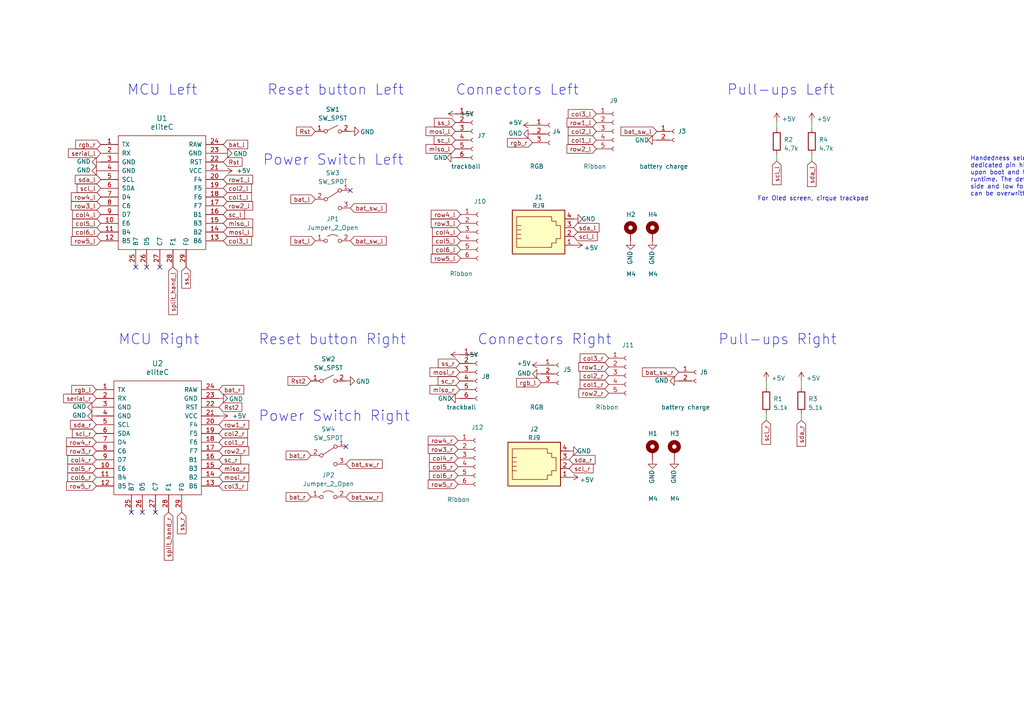
<source format=kicad_sch>
(kicad_sch (version 20230121) (generator eeschema)
  (paper "A4")
  (title_block (title "Elite-C holder") (date "2022-02-13") (rev "2.0") (company "BastardKB x KarlK90") (comment 1 "Licensed under CERN-OHL-W v2"))
  (lib_symbols
    (symbol "Connector:Conn_01x02_Female" (pin_names (offset 1.016) hide)
      (property "Reference" "J" (at 0 2.54 0))
      (property "Value" "Conn_01x02_Female" (at 0 -5.08 0))
      (symbol "Conn_01x02_Female_1_1"
        (arc (start 0 -2.032) (mid -0.5058 -2.54) (end 0 -3.048) (stroke (width 0.1524)))
        (polyline (pts (xy -1.27 -2.54) (xy -0.508 -2.54)) (stroke (width 0.1524)))
        (polyline (pts (xy -1.27 0) (xy -0.508 0)) (stroke (width 0.1524)))
        (arc (start 0 0.508) (mid -0.5058 0) (end 0 -0.508) (stroke (width 0.1524)))
        (pin passive line (at -5.08 0 0) (length 3.81) (name "Pin_1") (number "1"))
        (pin passive line (at -5.08 -2.54 0) (length 3.81) (name "Pin_2") (number "2"))
      )
    )
    (symbol "Connector:Conn_01x03_Female" (pin_names (offset 1.016) hide)
      (property "Reference" "J" (at 0 5.08 0))
      (property "Value" "Conn_01x03_Female" (at 0 -5.08 0))
      (symbol "Conn_01x03_Female_1_1"
        (arc (start 0 -2.032) (mid -0.5058 -2.54) (end 0 -3.048) (stroke (width 0.1524)))
        (polyline (pts (xy -1.27 -2.54) (xy -0.508 -2.54)) (stroke (width 0.1524)))
        (polyline (pts (xy -1.27 0) (xy -0.508 0)) (stroke (width 0.1524)))
        (polyline (pts (xy -1.27 2.54) (xy -0.508 2.54)) (stroke (width 0.1524)))
        (arc (start 0 0.508) (mid -0.5058 0) (end 0 -0.508) (stroke (width 0.1524)))
        (arc (start 0 3.048) (mid -0.5058 2.54) (end 0 2.032) (stroke (width 0.1524)))
        (pin passive line (at -5.08 2.54 0) (length 3.81) (name "Pin_1") (number "1"))
        (pin passive line (at -5.08 0 0) (length 3.81) (name "Pin_2") (number "2"))
        (pin passive line (at -5.08 -2.54 0) (length 3.81) (name "Pin_3") (number "3"))
      )
    )
    (symbol "Connector:Conn_01x05_Female" (pin_names (offset 1.016) hide)
      (property "Reference" "J" (at 0 7.62 0))
      (property "Value" "Conn_01x05_Female" (at 0 -7.62 0))
      (symbol "Conn_01x05_Female_1_1"
        (arc (start 0 -4.572) (mid -0.5058 -5.08) (end 0 -5.588) (stroke (width 0.1524)))
        (arc (start 0 -2.032) (mid -0.5058 -2.54) (end 0 -3.048) (stroke (width 0.1524)))
        (polyline (pts (xy -1.27 -5.08) (xy -0.508 -5.08)) (stroke (width 0.1524)))
        (polyline (pts (xy -1.27 -2.54) (xy -0.508 -2.54)) (stroke (width 0.1524)))
        (polyline (pts (xy -1.27 0) (xy -0.508 0)) (stroke (width 0.1524)))
        (polyline (pts (xy -1.27 2.54) (xy -0.508 2.54)) (stroke (width 0.1524)))
        (polyline (pts (xy -1.27 5.08) (xy -0.508 5.08)) (stroke (width 0.1524)))
        (arc (start 0 0.508) (mid -0.5058 0) (end 0 -0.508) (stroke (width 0.1524)))
        (arc (start 0 3.048) (mid -0.5058 2.54) (end 0 2.032) (stroke (width 0.1524)))
        (arc (start 0 5.588) (mid -0.5058 5.08) (end 0 4.572) (stroke (width 0.1524)))
        (pin passive line (at -5.08 5.08 0) (length 3.81) (name "Pin_1") (number "1"))
        (pin passive line (at -5.08 2.54 0) (length 3.81) (name "Pin_2") (number "2"))
        (pin passive line (at -5.08 0 0) (length 3.81) (name "Pin_3") (number "3"))
        (pin passive line (at -5.08 -2.54 0) (length 3.81) (name "Pin_4") (number "4"))
        (pin passive line (at -5.08 -5.08 0) (length 3.81) (name "Pin_5") (number "5"))
      )
    )
    (symbol "Connector:Conn_01x06_Female" (pin_names (offset 1.016) hide)
      (property "Reference" "J" (at 0 7.62 0))
      (property "Value" "Conn_01x06_Female" (at 0 -10.16 0))
      (symbol "Conn_01x06_Female_1_1"
        (arc (start 0 -7.112) (mid -0.5058 -7.62) (end 0 -8.128) (stroke (width 0.1524)))
        (arc (start 0 -4.572) (mid -0.5058 -5.08) (end 0 -5.588) (stroke (width 0.1524)))
        (arc (start 0 -2.032) (mid -0.5058 -2.54) (end 0 -3.048) (stroke (width 0.1524)))
        (polyline (pts (xy -1.27 -7.62) (xy -0.508 -7.62)) (stroke (width 0.1524)))
        (polyline (pts (xy -1.27 -5.08) (xy -0.508 -5.08)) (stroke (width 0.1524)))
        (polyline (pts (xy -1.27 -2.54) (xy -0.508 -2.54)) (stroke (width 0.1524)))
        (polyline (pts (xy -1.27 0) (xy -0.508 0)) (stroke (width 0.1524)))
        (polyline (pts (xy -1.27 2.54) (xy -0.508 2.54)) (stroke (width 0.1524)))
        (polyline (pts (xy -1.27 5.08) (xy -0.508 5.08)) (stroke (width 0.1524)))
        (arc (start 0 0.508) (mid -0.5058 0) (end 0 -0.508) (stroke (width 0.1524)))
        (arc (start 0 3.048) (mid -0.5058 2.54) (end 0 2.032) (stroke (width 0.1524)))
        (arc (start 0 5.588) (mid -0.5058 5.08) (end 0 4.572) (stroke (width 0.1524)))
        (pin passive line (at -5.08 5.08 0) (length 3.81) (name "Pin_1") (number "1"))
        (pin passive line (at -5.08 2.54 0) (length 3.81) (name "Pin_2") (number "2"))
        (pin passive line (at -5.08 0 0) (length 3.81) (name "Pin_3") (number "3"))
        (pin passive line (at -5.08 -2.54 0) (length 3.81) (name "Pin_4") (number "4"))
        (pin passive line (at -5.08 -5.08 0) (length 3.81) (name "Pin_5") (number "5"))
        (pin passive line (at -5.08 -7.62 0) (length 3.81) (name "Pin_6") (number "6"))
      )
    )
    (symbol "Connector:RJ9" (pin_names (offset 1.016))
      (property "Reference" "J" (at -5.08 8.89 0))
      (property "Value" "RJ9" (at 2.54 8.89 0))
      (symbol "RJ9_0_1"
        (polyline (pts (xy -6.35 -0.635) (xy -5.08 -0.635) (xy -5.08 -0.635)))
        (polyline (pts (xy -6.35 0.635) (xy -5.08 0.635) (xy -5.08 0.635)))
        (polyline (pts (xy -6.35 1.905) (xy -5.08 1.905) (xy -5.08 1.905)))
        (polyline (pts (xy -6.35 3.175) (xy -5.08 3.175) (xy -5.08 3.175)))
        (polyline (pts (xy -6.35 -3.175) (xy -6.35 5.715) (xy -1.27 5.715) (xy 3.81 5.715) (xy 3.81 4.445) (xy 5.08 4.445) (xy 5.08 3.175) (xy 6.35 3.175) (xy 6.35 -0.635) (xy 5.08 -0.635) (xy 5.08 -1.905) (xy 3.81 -1.905) (xy 3.81 -3.175) (xy -6.35 -3.175) (xy -6.35 -3.175)))
        (rectangle (start 7.62 7.62) (end -7.62 -5.08) (stroke (width 0.254)) (fill (type background)))
      )
      (symbol "RJ9_1_1"
        (pin passive line (at 10.16 -2.54 180) (length 2.54) (name "~") (number "1"))
        (pin passive line (at 10.16 0 180) (length 2.54) (name "~") (number "2"))
        (pin passive line (at 10.16 2.54 180) (length 2.54) (name "~") (number "3"))
        (pin passive line (at 10.16 5.08 180) (length 2.54) (name "~") (number "4"))
      )
    )
    (symbol "Device:R" (pin_numbers hide) (pin_names (offset 0))
      (property "Reference" "R" (at 2.032 0 90))
      (property "Value" "R" (at 0 0 90))
      (symbol "R_0_1"
        (rectangle (start -1.016 -2.54) (end 1.016 2.54) (stroke (width 0.254)))
      )
      (symbol "R_1_1"
        (pin passive line (at 0 3.81 270) (length 1.27) (name "~") (number "1"))
        (pin passive line (at 0 -3.81 90) (length 1.27) (name "~") (number "2"))
      )
    )
    (symbol "Jumper:Jumper_2_Open" (pin_names (offset 0) hide)
      (property "Reference" "JP" (at 0 2.794 0))
      (property "Value" "Jumper_2_Open" (at 0 -2.286 0))
      (symbol "Jumper_2_Open_0_0"
        (circle (center -2.032 0) (radius 0.508))
        (circle (center 2.032 0) (radius 0.508))
      )
      (symbol "Jumper_2_Open_0_1"
        (arc (start 1.524 1.27) (mid 0 1.778) (end -1.524 1.27))
      )
      (symbol "Jumper_2_Open_1_1"
        (pin passive line (at -5.08 0 0) (length 2.54) (name "A") (number "1"))
        (pin passive line (at 5.08 0 180) (length 2.54) (name "B") (number "2"))
      )
    )
    (symbol "Mechanical:MountingHole_Pad" (pin_numbers hide) (pin_names (offset 1.016) hide)
      (property "Reference" "H" (at 0 6.35 0))
      (property "Value" "MountingHole_Pad" (at 0 4.445 0))
      (symbol "MountingHole_Pad_0_1"
        (circle (center 0 1.27) (radius 1.27) (stroke (width 1.27)))
      )
      (symbol "MountingHole_Pad_1_1"
        (pin input line (at 0 -2.54 90) (length 2.54) (name "1") (number "1"))
      )
    )
    (symbol "Switch:SW_SPDT" (pin_names (offset 0) hide)
      (property "Reference" "SW" (at 0 4.318 0))
      (property "Value" "SW_SPDT" (at 0 -5.08 0))
      (symbol "SW_SPDT_0_0"
        (circle (center -2.032 0) (radius 0.508))
        (circle (center 2.032 -2.54) (radius 0.508))
      )
      (symbol "SW_SPDT_0_1"
        (polyline (pts (xy -1.524 0.254) (xy 1.651 2.286)))
        (circle (center 2.032 2.54) (radius 0.508))
      )
      (symbol "SW_SPDT_1_1"
        (pin passive line (at 5.08 2.54 180) (length 2.54) (name "A") (number "1"))
        (pin passive line (at -5.08 0 0) (length 2.54) (name "B") (number "2"))
        (pin passive line (at 5.08 -2.54 180) (length 2.54) (name "C") (number "3"))
      )
    )
    (symbol "Switch:SW_SPST" (pin_names (offset 0) hide)
      (property "Reference" "SW" (at 0 3.175 0))
      (property "Value" "SW_SPST" (at 0 -2.54 0))
      (symbol "SW_SPST_0_0"
        (circle (center -2.032 0) (radius 0.508))
        (polyline (pts (xy -1.524 0.254) (xy 1.524 1.778)))
        (circle (center 2.032 0) (radius 0.508))
      )
      (symbol "SW_SPST_1_1"
        (pin passive line (at -5.08 0 0) (length 2.54) (name "A") (number "1"))
        (pin passive line (at 5.08 0 180) (length 2.54) (name "B") (number "2"))
      )
    )
    (symbol "elite-C:eliteC" (pin_names (offset 1.016))
      (property "Reference" "U" (at 0 24.13 0))
      (property "Value" "eliteC" (at 0 -13.97 0))
      (symbol "eliteC_0_1"
        (rectangle (start -12.7 21.59) (end 12.7 -11.43))
      )
      (symbol "eliteC_1_1"
        (pin bidirectional line (at -17.78 19.05 0) (length 5.08) (name "TX") (number "1"))
        (pin bidirectional line (at -17.78 -3.81 0) (length 5.08) (name "E6") (number "10"))
        (pin bidirectional line (at -17.78 -6.35 0) (length 5.08) (name "B4") (number "11"))
        (pin bidirectional line (at -17.78 -8.89 0) (length 5.08) (name "B5") (number "12"))
        (pin bidirectional line (at 17.78 -8.89 180) (length 5.08) (name "B6") (number "13"))
        (pin bidirectional line (at 17.78 -6.35 180) (length 5.08) (name "B2") (number "14"))
        (pin bidirectional line (at 17.78 -3.81 180) (length 5.08) (name "B3") (number "15"))
        (pin bidirectional line (at 17.78 -1.27 180) (length 5.08) (name "B1") (number "16"))
        (pin bidirectional line (at 17.78 1.27 180) (length 5.08) (name "F7") (number "17"))
        (pin bidirectional line (at 17.78 3.81 180) (length 5.08) (name "F6") (number "18"))
        (pin bidirectional line (at 17.78 6.35 180) (length 5.08) (name "F5") (number "19"))
        (pin bidirectional line (at -17.78 16.51 0) (length 5.08) (name "RX") (number "2"))
        (pin bidirectional line (at 17.78 8.89 180) (length 5.08) (name "F4") (number "20"))
        (pin power_in line (at 17.78 11.43 180) (length 5.08) (name "VCC") (number "21"))
        (pin input line (at 17.78 13.97 180) (length 5.08) (name "RST") (number "22"))
        (pin power_in line (at 17.78 16.51 180) (length 5.08) (name "GND") (number "23"))
        (pin power_out line (at 17.78 19.05 180) (length 5.08) (name "RAW") (number "24"))
        (pin bidirectional line (at -7.62 -16.51 90) (length 5.08) (name "B7") (number "25"))
        (pin bidirectional line (at -4.445 -16.51 90) (length 5.08) (name "D5") (number "26"))
        (pin bidirectional line (at -0.635 -16.51 90) (length 5.08) (name "C7") (number "27"))
        (pin bidirectional line (at 3.175 -16.51 90) (length 5.08) (name "F1") (number "28"))
        (pin bidirectional line (at 6.985 -16.51 90) (length 5.08) (name "F0") (number "29"))
        (pin power_in line (at -17.78 13.97 0) (length 5.08) (name "GND") (number "3"))
        (pin power_in line (at -17.78 11.43 0) (length 5.08) (name "GND") (number "4"))
        (pin bidirectional line (at -17.78 8.89 0) (length 5.08) (name "SCL") (number "5"))
        (pin bidirectional line (at -17.78 6.35 0) (length 5.08) (name "SDA") (number "6"))
        (pin bidirectional line (at -17.78 3.81 0) (length 5.08) (name "D4") (number "7"))
        (pin bidirectional line (at -17.78 1.27 0) (length 5.08) (name "C6") (number "8"))
        (pin bidirectional line (at -17.78 -1.27 0) (length 5.08) (name "D7") (number "9"))
      )
    )
    (symbol "power:+5V" (power) (pin_names (offset 0))
      (property "Value" "+5V" (at 0 3.556 0))
      (symbol "+5V_0_1"
        (polyline (pts (xy -0.762 1.27) (xy 0 2.54)))
        (polyline (pts (xy 0 0) (xy 0 2.54)))
        (polyline (pts (xy 0 2.54) (xy 0.762 1.27)))
      )
      (symbol "+5V_1_1"
        (pin power_in line (at 0 0 90) (length 0) hide (name "+5V") (number "1"))
      )
    )
    (symbol "power:GND" (power) (pin_names (offset 0))
      (property "Value" "GND" (at 0 -3.81 0))
      (symbol "GND_0_1"
        (polyline (pts (xy 0 0) (xy 0 -1.27) (xy 1.27 -1.27) (xy 0 -2.54) (xy -1.27 -1.27) (xy 0 -1.27)))
      )
      (symbol "GND_1_1"
        (pin power_in line (at 0 0 270) (length 0) hide (name "GND") (number "1"))
      )
    )
  )
  (no_connect (at 100.33 129.54))
  (no_connect (at 45.085 148.59))
  (no_connect (at 101.6 55.245))
  (no_connect (at 42.545 77.47))
  (no_connect (at 38.1 148.59))
  (no_connect (at 41.275 148.59))
  (no_connect (at 46.355 77.47))
  (no_connect (at 39.37 77.47))
  (wire (pts (xy 235.458 35.306) (xy 235.458 37.211)))
  (wire (pts (xy 222.25 120.015) (xy 222.25 121.92)))
  (wire (pts (xy 132.08 33.02) (xy 132.588 33.02)))
  (wire (pts (xy 222.25 110.49) (xy 222.25 112.395)))
  (wire (pts (xy 232.41 120.015) (xy 232.41 121.92)))
  (wire (pts (xy 225.298 44.831) (xy 225.298 46.736)))
  (wire (pts (xy 225.298 35.306) (xy 225.298 37.211)))
  (wire (pts (xy 232.41 110.49) (xy 232.41 112.395)))
  (wire (pts (xy 235.458 44.831) (xy 235.458 46.736)))
  (text "Power Switch Right" (at 74.93 122.555 0) (effects (font (size 3 3)) (justify left bottom)))
  (text "Reset button Left" (at 77.47 27.94 0) (effects (font (size 3 3)) (justify left bottom)))
  (text "For Oled screen, cirque trackpad" (at 219.71 58.42 0) (effects (font (size 1.27 1.27)) (justify left bottom)))
  (text "Power Switch Left" (at 76.2 48.26 0) (effects (font (size 3 3)) (justify left bottom)))
  (text "Connectors Left" (at 132.08 27.94 0) (effects (font (size 3 3)) (justify left bottom)))
  (text "Pull-ups Right" (at 208.28 100.33 0) (effects (font (size 3 3)) (justify left bottom)))
  (text "Reset button Right" (at 74.93 100.33 0) (effects (font (size 3 3)) (justify left bottom)))
  (text "Handedness selection works by pulling a \ndedicated pin high or low this is checked\nupon boot and the correct side is set at\nruntime. The default is high for the left\nside and low for the right side, but this\ncan be overwritten in firmware." (at 281.432 57.023 0) (effects (font (size 1.27 1.27)) (justify left bottom)))
  (text "MCU Left" (at 36.83 27.94 0) (effects (font (size 3 3)) (justify left bottom)))
  (text "MCU Right" (at 34.29 100.33 0) (effects (font (size 3 3)) (justify left bottom)))
  (text "Pull-ups Left" (at 210.82 27.94 0) (effects (font (size 3 3)) (justify left bottom)))
  (text "Connectors Right" (at 138.43 100.33 0) (effects (font (size 3 3)) (justify left bottom)))
  (global_label "sc_l" (shape input) (at 132.08 40.64 180) (property "Intersheetrefs" "${INTERSHEET_REFS}" (effects hide)))
  (global_label "miso_r" (shape input) (at 63.5 135.89 0) (property "Intersheetrefs" "${INTERSHEET_REFS}" (effects hide)))
  (global_label "miso_r" (shape input) (at 133.35 113.03 180) (property "Intersheetrefs" "${INTERSHEET_REFS}" (effects hide)))
  (global_label "col2_r" (shape input) (at 63.5 125.73 0) (property "Intersheetrefs" "${INTERSHEET_REFS}" (effects hide)))
  (global_label "sc_l" (shape input) (at 64.77 62.23 0) (property "Intersheetrefs" "${INTERSHEET_REFS}" (effects hide)))
  (global_label "row4_r" (shape input) (at 27.94 128.27 180) (property "Intersheetrefs" "${INTERSHEET_REFS}" (effects hide)))
  (global_label "sda_l" (shape input) (at 166.37 66.04 0) (property "Intersheetrefs" "${INTERSHEET_REFS}" (effects hide)))
  (global_label "rgb_r" (shape input) (at 29.21 41.91 180) (property "Intersheetrefs" "${INTERSHEET_REFS}" (effects hide)))
  (global_label "mosi_l" (shape input) (at 64.77 67.31 0) (property "Intersheetrefs" "${INTERSHEET_REFS}" (effects hide)))
  (global_label "col5_l" (shape input) (at 29.21 64.77 180) (property "Intersheetrefs" "${INTERSHEET_REFS}" (effects hide)))
  (global_label "scl_r" (shape input) (at 165.1 135.89 0) (property "Intersheetrefs" "${INTERSHEET_REFS}" (effects hide)))
  (global_label "sc_r" (shape input) (at 63.5 133.35 0) (property "Intersheetrefs" "${INTERSHEET_REFS}" (effects hide)))
  (global_label "row1_r" (shape input) (at 176.53 106.426 180) (property "Intersheetrefs" "${INTERSHEET_REFS}" (effects hide)))
  (global_label "col6_l" (shape input) (at 133.604 72.39 180) (property "Intersheetrefs" "${INTERSHEET_REFS}" (effects hide)))
  (global_label "bat_sw_r" (shape input) (at 100.33 134.62 0) (property "Intersheetrefs" "${INTERSHEET_REFS}" (effects hide)))
  (global_label "row2_l" (shape input) (at 64.77 59.69 0) (property "Intersheetrefs" "${INTERSHEET_REFS}" (effects hide)))
  (global_label "col1_l" (shape input) (at 64.77 57.15 0) (property "Intersheetrefs" "${INTERSHEET_REFS}" (effects hide)))
  (global_label "sda_r" (shape input) (at 27.94 123.19 180) (property "Intersheetrefs" "${INTERSHEET_REFS}" (effects hide)))
  (global_label "col1_r" (shape input) (at 176.53 111.506 180) (property "Intersheetrefs" "${INTERSHEET_REFS}" (effects hide)))
  (global_label "row1_r" (shape input) (at 63.5 123.19 0) (property "Intersheetrefs" "${INTERSHEET_REFS}" (effects hide)))
  (global_label "sda_l" (shape input) (at 29.21 52.07 180) (property "Intersheetrefs" "${INTERSHEET_REFS}" (effects hide)))
  (global_label "row3_r" (shape input) (at 27.94 130.81 180) (property "Intersheetrefs" "${INTERSHEET_REFS}" (effects hide)))
  (global_label "col1_l" (shape input) (at 172.974 40.64 180) (property "Intersheetrefs" "${INTERSHEET_REFS}" (effects hide)))
  (global_label "col4_r" (shape input) (at 27.94 133.35 180) (property "Intersheetrefs" "${INTERSHEET_REFS}" (effects hide)))
  (global_label "row3_l" (shape input) (at 29.21 59.69 180) (property "Intersheetrefs" "${INTERSHEET_REFS}" (effects hide)))
  (global_label "row4_l" (shape input) (at 29.21 57.15 180) (property "Intersheetrefs" "${INTERSHEET_REFS}" (effects hide)))
  (global_label "col6_r" (shape input) (at 27.94 138.43 180) (property "Intersheetrefs" "${INTERSHEET_REFS}" (effects hide)))
  (global_label "col2_l" (shape input) (at 64.77 54.61 0) (property "Intersheetrefs" "${INTERSHEET_REFS}" (effects hide)))
  (global_label "row2_r" (shape input) (at 63.5 130.81 0) (property "Intersheetrefs" "${INTERSHEET_REFS}" (effects hide)))
  (global_label "row3_r" (shape input) (at 132.842 130.302 180) (property "Intersheetrefs" "${INTERSHEET_REFS}" (effects hide)))
  (global_label "Rst2" (shape input) (at 63.5 118.11 0) (property "Intersheetrefs" "${INTERSHEET_REFS}" (effects hide)))
  (global_label "bat_l" (shape input) (at 91.44 69.85 180) (property "Intersheetrefs" "${INTERSHEET_REFS}" (effects hide)))
  (global_label "serial_r" (shape input) (at 27.94 115.57 180) (property "Intersheetrefs" "${INTERSHEET_REFS}" (effects hide)))
  (global_label "col5_r" (shape input) (at 27.94 135.89 180) (property "Intersheetrefs" "${INTERSHEET_REFS}" (effects hide)))
  (global_label "sda_r" (shape input) (at 165.1 133.35 0) (property "Intersheetrefs" "${INTERSHEET_REFS}" (effects hide)))
  (global_label "row5_l" (shape input) (at 29.21 69.85 180) (property "Intersheetrefs" "${INTERSHEET_REFS}" (effects hide)))
  (global_label "split_hand_l" (shape input) (at 50.165 77.47 270) (property "Intersheetrefs" "${INTERSHEET_REFS}" (effects hide)))
  (global_label "ss_r" (shape input) (at 133.35 105.41 180) (property "Intersheetrefs" "${INTERSHEET_REFS}" (effects hide)))
  (global_label "row5_l" (shape input) (at 133.604 74.93 180) (property "Intersheetrefs" "${INTERSHEET_REFS}" (effects hide)))
  (global_label "bat_l" (shape input) (at 64.77 41.91 0) (property "Intersheetrefs" "${INTERSHEET_REFS}" (effects hide)))
  (global_label "col5_l" (shape input) (at 133.604 69.85 180) (property "Intersheetrefs" "${INTERSHEET_REFS}" (effects hide)))
  (global_label "row4_r" (shape input) (at 132.842 127.762 180) (property "Intersheetrefs" "${INTERSHEET_REFS}" (effects hide)))
  (global_label "mosi_r" (shape input) (at 63.5 138.43 0) (property "Intersheetrefs" "${INTERSHEET_REFS}" (effects hide)))
  (global_label "rgb_r" (shape input) (at 154.432 41.402 180) (property "Intersheetrefs" "${INTERSHEET_REFS}" (effects hide)))
  (global_label "Rst" (shape input) (at 91.44 38.1 180) (property "Intersheetrefs" "${INTERSHEET_REFS}" (effects hide)))
  (global_label "mosi_r" (shape input) (at 133.35 107.95 180) (property "Intersheetrefs" "${INTERSHEET_REFS}" (effects hide)))
  (global_label "scl_l" (shape input) (at 29.21 54.61 180) (property "Intersheetrefs" "${INTERSHEET_REFS}" (effects hide)))
  (global_label "bat_r" (shape input) (at 90.17 132.08 180) (property "Intersheetrefs" "${INTERSHEET_REFS}" (effects hide)))
  (global_label "bat_sw_l" (shape input) (at 190.5 38.1 180) (property "Intersheetrefs" "${INTERSHEET_REFS}" (effects hide)))
  (global_label "bat_sw_r" (shape input) (at 100.33 144.145 0) (property "Intersheetrefs" "${INTERSHEET_REFS}" (effects hide)))
  (global_label "sda_r" (shape input) (at 232.41 121.92 270) (property "Intersheetrefs" "${INTERSHEET_REFS}" (effects hide)))
  (global_label "row1_l" (shape input) (at 172.974 35.56 180) (property "Intersheetrefs" "${INTERSHEET_REFS}" (effects hide)))
  (global_label "scl_l" (shape input) (at 225.298 46.736 270) (property "Intersheetrefs" "${INTERSHEET_REFS}" (effects hide)))
  (global_label "scl_r" (shape input) (at 27.94 125.73 180) (property "Intersheetrefs" "${INTERSHEET_REFS}" (effects hide)))
  (global_label "col3_l" (shape input) (at 64.77 69.85 0) (property "Intersheetrefs" "${INTERSHEET_REFS}" (effects hide)))
  (global_label "col3_r" (shape input) (at 176.53 103.886 180) (property "Intersheetrefs" "${INTERSHEET_REFS}" (effects hide)))
  (global_label "bat_sw_l" (shape input) (at 101.6 60.325 0) (property "Intersheetrefs" "${INTERSHEET_REFS}" (effects hide)))
  (global_label "row2_l" (shape input) (at 172.974 43.18 180) (property "Intersheetrefs" "${INTERSHEET_REFS}" (effects hide)))
  (global_label "sc_r" (shape input) (at 133.35 110.49 180) (property "Intersheetrefs" "${INTERSHEET_REFS}" (effects hide)))
  (global_label "col6_l" (shape input) (at 29.21 67.31 180) (property "Intersheetrefs" "${INTERSHEET_REFS}" (effects hide)))
  (global_label "bat_r" (shape input) (at 90.17 144.145 180) (property "Intersheetrefs" "${INTERSHEET_REFS}" (effects hide)))
  (global_label "row3_l" (shape input) (at 133.604 64.77 180) (property "Intersheetrefs" "${INTERSHEET_REFS}" (effects hide)))
  (global_label "ss_l" (shape input) (at 132.08 35.56 180) (property "Intersheetrefs" "${INTERSHEET_REFS}" (effects hide)))
  (global_label "row1_l" (shape input) (at 64.77 52.07 0) (property "Intersheetrefs" "${INTERSHEET_REFS}" (effects hide)))
  (global_label "col3_l" (shape input) (at 172.974 33.02 180) (property "Intersheetrefs" "${INTERSHEET_REFS}" (effects hide)))
  (global_label "scl_l" (shape input) (at 166.37 68.58 0) (property "Intersheetrefs" "${INTERSHEET_REFS}" (effects hide)))
  (global_label "ss_r" (shape input) (at 52.705 148.59 270) (property "Intersheetrefs" "${INTERSHEET_REFS}" (effects hide)))
  (global_label "row5_r" (shape input) (at 132.842 140.462 180) (property "Intersheetrefs" "${INTERSHEET_REFS}" (effects hide)))
  (global_label "col3_r" (shape input) (at 63.5 140.97 0) (property "Intersheetrefs" "${INTERSHEET_REFS}" (effects hide)))
  (global_label "Rst2" (shape input) (at 90.17 110.49 180) (property "Intersheetrefs" "${INTERSHEET_REFS}" (effects hide)))
  (global_label "bat_r" (shape input) (at 63.5 113.03 0) (property "Intersheetrefs" "${INTERSHEET_REFS}" (effects hide)))
  (global_label "split_hand_r" (shape input) (at 48.895 148.59 270) (property "Intersheetrefs" "${INTERSHEET_REFS}" (effects hide)))
  (global_label "ss_l" (shape input) (at 53.975 77.47 270) (property "Intersheetrefs" "${INTERSHEET_REFS}" (effects hide)))
  (global_label "Rst" (shape input) (at 64.77 46.99 0) (property "Intersheetrefs" "${INTERSHEET_REFS}" (effects hide)))
  (global_label "row2_r" (shape input) (at 176.53 114.046 180) (property "Intersheetrefs" "${INTERSHEET_REFS}" (effects hide)))
  (global_label "row4_l" (shape input) (at 133.604 62.23 180) (property "Intersheetrefs" "${INTERSHEET_REFS}" (effects hide)))
  (global_label "col6_r" (shape input) (at 132.842 137.922 180) (property "Intersheetrefs" "${INTERSHEET_REFS}" (effects hide)))
  (global_label "col1_r" (shape input) (at 63.5 128.27 0) (property "Intersheetrefs" "${INTERSHEET_REFS}" (effects hide)))
  (global_label "row5_r" (shape input) (at 27.94 140.97 180) (property "Intersheetrefs" "${INTERSHEET_REFS}" (effects hide)))
  (global_label "col2_r" (shape input) (at 176.53 108.966 180) (property "Intersheetrefs" "${INTERSHEET_REFS}" (effects hide)))
  (global_label "bat_sw_l" (shape input) (at 101.6 69.85 0) (property "Intersheetrefs" "${INTERSHEET_REFS}" (effects hide)))
  (global_label "miso_l" (shape input) (at 64.77 64.77 0) (property "Intersheetrefs" "${INTERSHEET_REFS}" (effects hide)))
  (global_label "bat_sw_r" (shape input) (at 196.85 107.95 180) (property "Intersheetrefs" "${INTERSHEET_REFS}" (effects hide)))
  (global_label "rgb_l" (shape input) (at 27.94 113.03 180) (property "Intersheetrefs" "${INTERSHEET_REFS}" (effects hide)))
  (global_label "sda_l" (shape input) (at 235.458 46.736 270) (property "Intersheetrefs" "${INTERSHEET_REFS}" (effects hide)))
  (global_label "serial_l" (shape input) (at 29.21 44.45 180) (property "Intersheetrefs" "${INTERSHEET_REFS}" (effects hide)))
  (global_label "bat_l" (shape input) (at 91.44 57.785 180) (property "Intersheetrefs" "${INTERSHEET_REFS}" (effects hide)))
  (global_label "scl_r" (shape input) (at 222.25 121.92 270) (property "Intersheetrefs" "${INTERSHEET_REFS}" (effects hide)))
  (global_label "miso_l" (shape input) (at 132.08 43.18 180) (property "Intersheetrefs" "${INTERSHEET_REFS}" (effects hide)))
  (global_label "col4_r" (shape input) (at 132.842 132.842 180) (property "Intersheetrefs" "${INTERSHEET_REFS}" (effects hide)))
  (global_label "col5_r" (shape input) (at 132.842 135.382 180) (property "Intersheetrefs" "${INTERSHEET_REFS}" (effects hide)))
  (global_label "col4_l" (shape input) (at 133.604 67.31 180) (property "Intersheetrefs" "${INTERSHEET_REFS}" (effects hide)))
  (global_label "rgb_l" (shape input) (at 156.972 110.998 180) (property "Intersheetrefs" "${INTERSHEET_REFS}" (effects hide)))
  (global_label "mosi_l" (shape input) (at 132.08 38.1 180) (property "Intersheetrefs" "${INTERSHEET_REFS}" (effects hide)))
  (global_label "col2_l" (shape input) (at 172.974 38.1 180) (property "Intersheetrefs" "${INTERSHEET_REFS}" (effects hide)))
  (global_label "col4_l" (shape input) (at 29.21 62.23 180) (property "Intersheetrefs" "${INTERSHEET_REFS}" (effects hide)))
  (symbol (lib_id "Device:R") (at 222.25 116.205 0) (unit 1)
    (property "Reference" "R1" (at 224.282 115.697 0) (effects (justify left)))
    (property "Value" "5.1k" (at 224.282 118.237 0) (effects (justify left)))
    (property "Footprint" "Library:R_1206_handsolder" (effects hide))
    (property "JLCPCB BOM" "1" (effects hide))
    (property "JLCPCB Part" "C26033" (effects hide))
  )
  (symbol (lib_id "power:GND") (at 27.94 118.11 270) (unit 1)
    (property "Reference" "#PWR0101" (effects hide))
    (property "Value" "GND" (at 20.9551 117.954 90) (effects (justify left)))
  )
  (symbol (lib_id "Switch:SW_SPST") (at 96.52 38.1 0) (unit 1)
    (property "Reference" "SW1" (at 96.52 31.75 0))
    (property "Value" "SW_SPST" (at 96.52 34.29 0))
    (property "Footprint" "Library:PushSwitch" (effects hide))
  )
  (symbol (lib_id "elite-C:eliteC") (at 46.99 60.96 0) (unit 1)
    (property "Reference" "U1" (at 46.99 34.29 0) (effects (font (size 1.524 1.524))))
    (property "Value" "eliteC" (at 46.99 36.83 0) (effects (font (size 1.524 1.524))))
    (property "Footprint" "Library:Elite-C" (effects hide))
  )
  (symbol (lib_id "power:GND") (at 101.6 38.1 90) (unit 1)
    (property "Reference" "#PWR0120" (effects hide))
    (property "Value" "GND" (at 108.5849 38.256 90) (effects (justify left)))
  )
  (symbol (lib_id "Connector:RJ9") (at 154.94 135.89 0) (unit 1)
    (property "Reference" "J2" (at 154.94 124.46 0))
    (property "Value" "RJ9" (at 154.94 127 0))
    (property "Footprint" "JohnDeereLibrary:MOLEX_0955012401" (effects hide))
  )
  (symbol (lib_id "Mechanical:MountingHole_Pad") (at 182.88 67.31 0) (unit 1)
    (property "Reference" "H2" (at 181.61 62.23 0) (effects (justify left)))
    (property "Value" "M4" (at 181.61 79.502 0) (effects (justify left)))
    (property "Footprint" "Library:MountingHole_4mm_Pad_thin" (effects hide))
  )
  (symbol (lib_id "power:+5V") (at 133.35 102.87 90) (unit 1)
    (property "Reference" "#PWR0110" (effects hide))
    (property "Value" "+5V" (at 134.62 102.87 90) (effects (justify right)))
  )
  (symbol (lib_id "Connector:Conn_01x06_Female") (at 138.43 107.95 0) (unit 1)
    (property "Reference" "J8" (at 139.7 109.22 0) (effects (justify left)))
    (property "Value" "trackball" (at 129.54 118.11 0) (effects (justify left)))
    (property "Footprint" "Library:6_PinHeader" (effects hide))
  )
  (symbol (lib_id "elite-C:eliteC") (at 45.72 132.08 0) (unit 1)
    (property "Reference" "U2" (at 45.72 105.41 0) (effects (font (size 1.524 1.524))))
    (property "Value" "eliteC" (at 45.72 107.95 0) (effects (font (size 1.524 1.524))))
    (property "Footprint" "Library:Elite-C" (effects hide))
  )
  (symbol (lib_id "power:GND") (at 100.33 110.49 90) (unit 1)
    (property "Reference" "#PWR0109" (effects hide))
    (property "Value" "GND" (at 107.3149 110.646 90) (effects (justify left)))
  )
  (symbol (lib_id "power:+5V") (at 235.458 35.306 0) (unit 1)
    (property "Reference" "#PWR0104" (effects hide))
    (property "Value" "+5V" (at 236.855 34.544 0) (effects (justify left)))
  )
  (symbol (lib_id "power:GND") (at 165.1 130.81 90) (unit 1)
    (property "Reference" "#PWR0121" (effects hide))
    (property "Value" "GND" (at 171.45 130.81 90) (effects (justify left)))
  )
  (symbol (lib_id "power:+5V") (at 154.432 36.322 90) (unit 1)
    (property "Reference" "#PWR0122" (effects hide))
    (property "Value" "+5V" (at 147.32 35.56 90) (effects (justify right)))
  )
  (symbol (lib_id "Connector:Conn_01x02_Female") (at 201.93 107.95 0) (unit 1)
    (property "Reference" "J6" (at 202.946 107.9499 0) (effects (justify left)))
    (property "Value" "battery charge" (at 191.77 118.11 0) (effects (justify left)))
    (property "Footprint" "Library:PinHeader_1x02_P2.54mm_Vertical" (effects hide))
  )
  (symbol (lib_id "Connector:Conn_01x05_Female") (at 181.61 108.966 0) (unit 1)
    (property "Reference" "J11" (at 180.34 100.076 0) (effects (justify left)))
    (property "Value" "Ribbon" (at 172.72 118.11 0) (effects (justify left)))
    (property "Footprint" "Library:5_PinHeader" (effects hide))
  )
  (symbol (lib_id "power:+5V") (at 132.588 33.02 90) (unit 1)
    (property "Reference" "#PWR0115" (effects hide))
    (property "Value" "+5V" (at 133.35 33.02 90) (effects (justify right)))
  )
  (symbol (lib_id "power:GND") (at 64.77 44.45 90) (unit 1)
    (property "Reference" "#PWR0117" (effects hide))
    (property "Value" "GND" (at 71.7549 44.606 90) (effects (justify left)))
  )
  (symbol (lib_id "power:GND") (at 182.88 69.85 0) (unit 1)
    (property "Reference" "#PWR0129" (effects hide))
    (property "Value" "GND" (at 182.724 76.8349 90) (effects (justify left)))
  )
  (symbol (lib_id "power:+5V") (at 166.37 71.12 270) (unit 1)
    (property "Reference" "#PWR02" (effects hide))
    (property "Value" "+5V" (at 173.482 71.882 90) (effects (justify right)))
  )
  (symbol (lib_id "power:GND") (at 190.5 40.64 270) (unit 1)
    (property "Reference" "#PWR0108" (effects hide))
    (property "Value" "GND" (at 184.15 40.64 90) (effects (justify left)))
  )
  (symbol (lib_id "Mechanical:MountingHole_Pad") (at 189.23 67.31 0) (unit 1)
    (property "Reference" "H4" (at 187.96 62.23 0) (effects (justify left)))
    (property "Value" "M4" (at 187.96 79.502 0) (effects (justify left)))
    (property "Footprint" "Library:MountingHole_4mm_Pad_thin" (effects hide))
  )
  (symbol (lib_id "power:GND") (at 154.432 38.862 270) (unit 1)
    (property "Reference" "#PWR0123" (effects hide))
    (property "Value" "GND" (at 147.4471 38.706 90) (effects (justify left)))
  )
  (symbol (lib_id "Mechanical:MountingHole_Pad") (at 189.23 130.81 0) (unit 1)
    (property "Reference" "H1" (at 187.96 125.73 0) (effects (justify left)))
    (property "Value" "M4" (at 187.96 144.653 0) (effects (justify left)))
    (property "Footprint" "Library:MountingHole_4mm_Pad_thin" (effects hide))
  )
  (symbol (lib_id "power:GND") (at 63.5 115.57 90) (unit 1)
    (property "Reference" "#PWR0112" (effects hide))
    (property "Value" "GND" (at 70.4849 115.726 90) (effects (justify left)))
  )
  (symbol (lib_id "power:+5V") (at 156.972 105.918 90) (unit 1)
    (property "Reference" "#PWR0125" (effects hide))
    (property "Value" "+5V" (at 149.86 105.41 90) (effects (justify right)))
  )
  (symbol (lib_id "Connector:Conn_01x02_Female") (at 195.58 38.1 0) (unit 1)
    (property "Reference" "J3" (at 196.596 38.0999 0) (effects (justify left)))
    (property "Value" "battery charge" (at 185.42 48.26 0) (effects (justify left)))
    (property "Footprint" "Library:PinHeader_1x02_P2.54mm_Vertical" (effects hide))
  )
  (symbol (lib_id "power:GND") (at 27.94 120.65 270) (unit 1)
    (property "Reference" "#PWR0107" (effects hide))
    (property "Value" "GND" (at 20.9551 120.494 90) (effects (justify left)))
  )
  (symbol (lib_id "Connector:Conn_01x06_Female") (at 137.922 132.842 0) (unit 1)
    (property "Reference" "J12" (at 136.652 123.952 0) (effects (justify left)))
    (property "Value" "Ribbon" (at 129.667 144.907 0) (effects (justify left)))
    (property "Footprint" "Library:6_PinHeader" (effects hide))
  )
  (symbol (lib_id "power:+5V") (at 225.298 35.306 0) (unit 1)
    (property "Reference" "#PWR0105" (effects hide))
    (property "Value" "+5V" (at 226.695 34.515 0) (effects (justify left)))
  )
  (symbol (lib_id "Device:R") (at 232.41 116.205 0) (unit 1)
    (property "Reference" "R3" (at 234.442 115.697 0) (effects (justify left)))
    (property "Value" "5.1k" (at 234.442 118.237 0) (effects (justify left)))
    (property "Footprint" "Library:R_1206_handsolder" (effects hide))
    (property "JLCPCB BOM" "1" (effects hide))
    (property "JLCPCB Part" "C26033" (effects hide))
  )
  (symbol (lib_id "Switch:SW_SPST") (at 95.25 110.49 0) (unit 1)
    (property "Reference" "SW2" (at 95.25 104.14 0))
    (property "Value" "SW_SPST" (at 95.25 106.68 0))
    (property "Footprint" "Library:PushSwitch" (effects hide))
  )
  (symbol (lib_id "power:GND") (at 189.23 133.35 0) (unit 1)
    (property "Reference" "#PWR0134" (effects hide))
    (property "Value" "GND" (at 189.074 140.3349 90) (effects (justify left)))
  )
  (symbol (lib_id "power:GND") (at 133.35 115.57 270) (unit 1)
    (property "Reference" "#PWR0111" (effects hide))
    (property "Value" "GND" (at 127 115.57 90) (effects (justify left)))
  )
  (symbol (lib_id "Connector:RJ9") (at 156.21 68.58 0) (unit 1)
    (property "Reference" "J1" (at 156.21 57.15 0))
    (property "Value" "RJ9" (at 156.21 59.69 0))
    (property "Footprint" "JohnDeereLibrary:MOLEX_0955012401" (effects hide))
  )
  (symbol (lib_id "power:GND") (at 196.85 110.49 270) (unit 1)
    (property "Reference" "#PWR0106" (effects hide))
    (property "Value" "GND" (at 189.8651 110.334 90) (effects (justify left)))
  )
  (symbol (lib_id "Jumper:Jumper_2_Open") (at 95.25 144.145 0) (unit 1)
    (property "Reference" "JP2" (at 95.25 137.795 0))
    (property "Value" "Jumper_2_Open" (at 95.25 140.335 0))
    (property "Footprint" "Library:power_switch_jumper" (effects hide))
  )
  (symbol (lib_id "Switch:SW_SPDT") (at 96.52 57.785 0) (unit 1)
    (property "Reference" "SW3" (at 96.52 50.165 0))
    (property "Value" "SW_SPDT" (at 96.52 52.705 0))
    (property "Footprint" "Library:SW_SPDT+H-MSK12C01_hor(7pin_SMD)" (effects hide))
  )
  (symbol (lib_id "power:+5V") (at 63.5 120.65 270) (unit 1)
    (property "Reference" "#PWR0113" (effects hide))
    (property "Value" "+5V" (at 67.31 120.6499 90) (effects (justify left)))
  )
  (symbol (lib_id "Mechanical:MountingHole_Pad") (at 195.58 130.81 0) (unit 1)
    (property "Reference" "H3" (at 194.31 125.73 0) (effects (justify left)))
    (property "Value" "M4" (at 194.31 144.653 0) (effects (justify left)))
    (property "Footprint" "Library:MountingHole_4mm_Pad_thin" (effects hide))
  )
  (symbol (lib_id "power:+5V") (at 64.77 49.53 270) (unit 1)
    (property "Reference" "#PWR0116" (effects hide))
    (property "Value" "+5V" (at 68.58 49.5299 90) (effects (justify left)))
  )
  (symbol (lib_id "Connector:Conn_01x05_Female") (at 178.054 38.1 0) (unit 1)
    (property "Reference" "J9" (at 176.784 29.21 0) (effects (justify left)))
    (property "Value" "Ribbon" (at 169.164 48.26 0) (effects (justify left)))
    (property "Footprint" "Library:5_PinHeader" (effects hide))
  )
  (symbol (lib_id "power:GND") (at 166.37 63.5 90) (unit 1)
    (property "Reference" "#PWR03" (effects hide))
    (property "Value" "GND" (at 172.72 63.5 90) (effects (justify left)))
  )
  (symbol (lib_id "Device:R") (at 225.298 41.021 0) (unit 1)
    (property "Reference" "R2" (at 227.33 40.513 0) (effects (justify left)))
    (property "Value" "4.7k" (at 227.33 43.053 0) (effects (justify left)))
    (property "Footprint" "Library:R_1206_handsolder" (effects hide))
    (property "JLCPCB BOM" "1" (effects hide))
    (property "JLCPCB Part" "C26033" (effects hide))
  )
  (symbol (lib_id "Device:R") (at 235.458 41.021 0) (unit 1)
    (property "Reference" "R4" (at 237.49 40.513 0) (effects (justify left)))
    (property "Value" "4.7k" (at 237.49 43.053 0) (effects (justify left)))
    (property "Footprint" "Library:R_1206_handsolder" (effects hide))
    (property "JLCPCB BOM" "1" (effects hide))
    (property "JLCPCB Part" "C26033" (effects hide))
  )
  (symbol (lib_id "power:+5V") (at 222.25 110.49 0) (unit 1)
    (property "Reference" "#PWR0103" (effects hide))
    (property "Value" "+5V" (at 223.647 109.699 0) (effects (justify left)))
  )
  (symbol (lib_id "power:+5V") (at 165.1 138.43 270) (unit 1)
    (property "Reference" "#PWR01" (effects hide))
    (property "Value" "+5V" (at 172.212 139.192 90) (effects (justify right)))
  )
  (symbol (lib_id "Connector:Conn_01x06_Female") (at 137.16 38.1 0) (unit 1)
    (property "Reference" "J7" (at 138.43 39.37 0) (effects (justify left)))
    (property "Value" "trackball" (at 130.81 48.26 0) (effects (justify left)))
    (property "Footprint" "Library:6_PinHeader" (effects hide))
  )
  (symbol (lib_id "Switch:SW_SPDT") (at 95.25 132.08 0) (unit 1)
    (property "Reference" "SW4" (at 95.25 124.46 0))
    (property "Value" "SW_SPDT" (at 95.25 127 0))
    (property "Footprint" "Library:SW_SPDT+H-MSK12C01_hor(7pin_SMD)" (effects hide))
  )
  (symbol (lib_id "power:GND") (at 189.23 69.85 0) (unit 1)
    (property "Reference" "#PWR0130" (effects hide))
    (property "Value" "GND" (at 189.074 76.8349 90) (effects (justify left)))
  )
  (symbol (lib_id "power:+5V") (at 232.41 110.49 0) (unit 1)
    (property "Reference" "#PWR0102" (effects hide))
    (property "Value" "+5V" (at 233.807 109.699 0) (effects (justify left)))
  )
  (symbol (lib_id "Connector:Conn_01x03_Female") (at 159.512 38.862 0) (unit 1)
    (property "Reference" "J4" (at 160.2233 38.1698 0) (effects (justify left)))
    (property "Value" "RGB" (at 153.67 48.26 0) (effects (justify left)))
    (property "Footprint" "Library:header1x03" (effects hide))
  )
  (symbol (lib_id "power:GND") (at 132.08 45.72 270) (unit 1)
    (property "Reference" "#PWR0114" (effects hide))
    (property "Value" "GND" (at 125.73 45.72 90) (effects (justify left)))
  )
  (symbol (lib_id "Connector:Conn_01x03_Female") (at 162.052 108.458 0) (unit 1)
    (property "Reference" "J5" (at 163.322 107.188 0) (effects (justify left)))
    (property "Value" "RGB" (at 153.67 118.11 0) (effects (justify left)))
    (property "Footprint" "Library:header1x03" (effects hide))
  )
  (symbol (lib_id "Connector:Conn_01x06_Female") (at 138.684 67.31 0) (unit 1)
    (property "Reference" "J10" (at 137.414 58.42 0) (effects (justify left)))
    (property "Value" "Ribbon" (at 130.429 79.375 0) (effects (justify left)))
    (property "Footprint" "Library:6_PinHeader" (effects hide))
  )
  (symbol (lib_id "power:GND") (at 29.21 46.99 270) (unit 1)
    (property "Reference" "#PWR0118" (effects hide))
    (property "Value" "GND" (at 22.2251 46.834 90) (effects (justify left)))
  )
  (symbol (lib_id "Jumper:Jumper_2_Open") (at 96.52 69.85 0) (unit 1)
    (property "Reference" "JP1" (at 96.52 63.5 0))
    (property "Value" "Jumper_2_Open" (at 96.52 66.04 0))
    (property "Footprint" "Library:power_switch_jumper" (effects hide))
  )
  (symbol (lib_id "power:GND") (at 195.58 133.35 0) (unit 1)
    (property "Reference" "#PWR0133" (effects hide))
    (property "Value" "GND" (at 195.424 140.3349 90) (effects (justify left)))
  )
  (symbol (lib_id "power:GND") (at 29.21 49.53 270) (unit 1)
    (property "Reference" "#PWR0119" (effects hide))
    (property "Value" "GND" (at 22.2251 49.374 90) (effects (justify left)))
  )
  (symbol (lib_id "power:GND") (at 156.972 108.458 270) (unit 1)
    (property "Reference" "#PWR0126" (effects hide))
    (property "Value" "GND" (at 149.9871 108.302 90) (effects (justify left)))
  )
)
</source>
